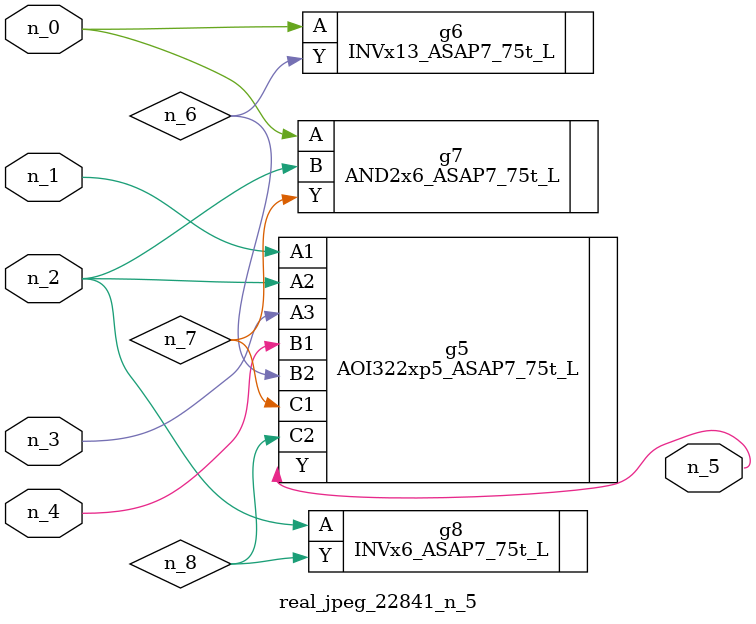
<source format=v>
module real_jpeg_22841_n_5 (n_4, n_0, n_1, n_2, n_3, n_5);

input n_4;
input n_0;
input n_1;
input n_2;
input n_3;

output n_5;

wire n_8;
wire n_6;
wire n_7;

INVx13_ASAP7_75t_L g6 ( 
.A(n_0),
.Y(n_6)
);

AND2x6_ASAP7_75t_L g7 ( 
.A(n_0),
.B(n_2),
.Y(n_7)
);

AOI322xp5_ASAP7_75t_L g5 ( 
.A1(n_1),
.A2(n_2),
.A3(n_3),
.B1(n_4),
.B2(n_6),
.C1(n_7),
.C2(n_8),
.Y(n_5)
);

INVx6_ASAP7_75t_L g8 ( 
.A(n_2),
.Y(n_8)
);


endmodule
</source>
